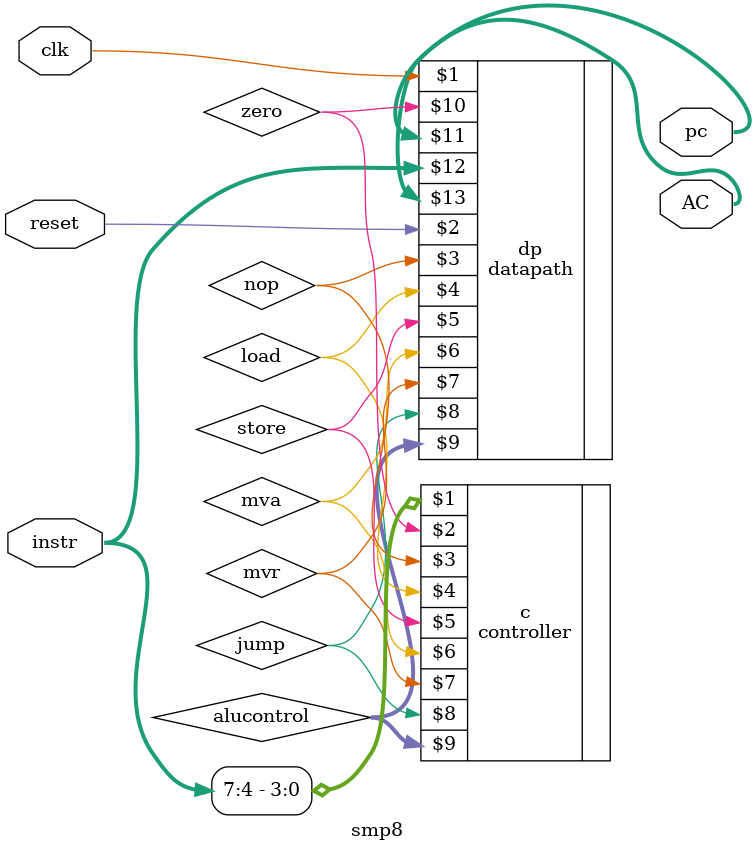
<source format=v>
module smp8 (input clk, reset,
output [3:0] pc,
input [7:0] instr,
output [7:0] AC);
wire zero, nop, load, store, mva, mvr, jump;
wire [2:0] alucontrol;
controller c(instr[7:4], zero, nop, load, store, mva, mvr, jump, alucontrol);
datapath dp(clk, reset, nop, load, store, mva, mvr, jump, alucontrol, zero, pc, instr, AC);
endmodule
</source>
